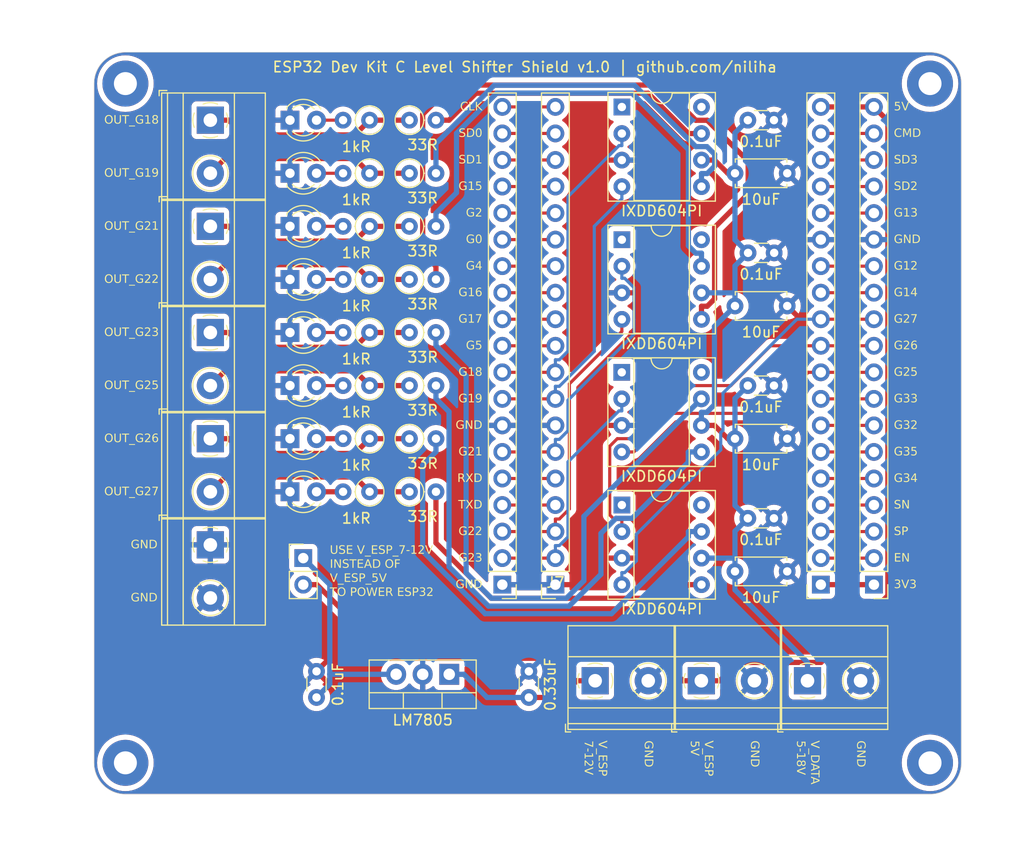
<source format=kicad_pcb>
(kicad_pcb (version 20221018) (generator pcbnew)
  (layers (0 "F.Cu" signal) (31 "B.Cu" signal) (34 "B.Paste" user) (35 "F.Paste" user) (36 "B.SilkS" user "B.Silkscreen") (37 "F.SilkS" user "F.Silkscreen") (38 "B.Mask" user) (39 "F.Mask" user) (44 "Edge.Cuts" user))
  (net 0 "")
  (net 1 "V_ESP_7-12V")
  (net 2 "GND")
  (net 3 "V_DATA")
  (net 4 "/3V3")
  (net 5 "/EN")
  (net 6 "/SP")
  (net 7 "/SN")
  (net 8 "/G34")
  (net 9 "/G35")
  (net 10 "/G32")
  (net 11 "/G33")
  (net 12 "/G25")
  (net 13 "/G26")
  (net 14 "/G27")
  (net 15 "/G14")
  (net 16 "/G12")
  (net 17 "/G13")
  (net 18 "/SD2")
  (net 19 "/SD3")
  (net 20 "/CMD")
  (net 21 "V_ESP_5V")
  (net 22 "/G23")
  (net 23 "/G22")
  (net 24 "/TXD")
  (net 25 "/RXD")
  (net 26 "/G21")
  (net 27 "/G19")
  (net 28 "/G18")
  (net 29 "/G5")
  (net 30 "/G17")
  (net 31 "/G16")
  (net 32 "/G4")
  (net 33 "/G0")
  (net 34 "/G2")
  (net 35 "/G15")
  (net 36 "/SD1")
  (net 37 "/SD0")
  (net 38 "/CLK")
  (net 39 "/OUT_G21_TERM")
  (net 40 "/OUT_G22_TERM")
  (net 41 "/OUT_G26_TERM")
  (net 42 "/OUT_G27_TERM")
  (net 43 "/OUT_G18_TERM")
  (net 44 "/OUT_G19_TERM")
  (net 45 "/OUT_G23_TERM")
  (net 46 "/OUT_G25_TERM")
  (net 47 "/OUT_G21")
  (net 48 "/OUT_G22")
  (net 49 "/OUT_G26")
  (net 50 "/OUT_G27")
  (net 51 "/OUT_G18")
  (net 52 "/OUT_G19")
  (net 53 "/OUT_G23")
  (net 54 "/OUT_G25")
  (net 63 "/5V_OUT_REG")
  (net 64 "/LED_G18_AN")
  (net 65 "/LED_G19_AN")
  (net 66 "/LED_G21_AN")
  (net 67 "/LED_G22_AN")
  (net 68 "/LED_G23_AN")
  (net 69 "/LED_G25_AN")
  (net 70 "/LED_G26_AN")
  (net 71 "/LED_G27_AN")
  (footprint "Connector_PinHeader_2.54mm:PinHeader_1x02_P2.54mm_Vertical" (layer "F.Cu") (at 160.02 105.41)
    (fp_text reference "JP1" hide)
    (fp_text value "Jumper_2_Open" hide)
  )
  (footprint "Capacitor_THT:C_Disc_D4.7mm_W2.5mm_P5.00mm" (layer "F.Cu") (at 201.335 81.28)
    (fp_text reference "C8" hide)
    (fp_text value "10uF")
  )
  (footprint "Package_TO_SOT_THT:TO-220-3_Vertical" (layer "F.Cu") (at 173.99 116.53 180)
    (fp_text reference "U1" hide)
    (fp_text value "LM7805")
  )
  (footprint "Connector_PinHeader_2.54mm:PinHeader_1x19_P2.54mm_Vertical" (layer "F.Cu") (at 214.63 107.95 180)
    (fp_text reference "J2" hide)
    (fp_text value "Conn_01x19_Pin" hide)
  )
  (footprint "Resistor_THT:R_Axial_DIN0207_L6.3mm_D2.5mm_P2.54mm_Vertical" (layer "F.Cu") (at 166.37 88.9 180)
    (fp_text reference "R14" hide)
    (fp_text value "1kR")
  )
  (footprint "TerminalBlock_Phoenix:TerminalBlock_Phoenix_MKDS-1,5-2-5.08_1x02_P5.08mm_Horizontal" (layer "F.Cu") (at 151.13 104.14 -90)
    (fp_text reference "J8" hide)
    (fp_text value "Power_Terminal" hide)
  )
  (footprint "Resistor_THT:R_Axial_DIN0207_L6.3mm_D2.5mm_P2.54mm_Vertical" (layer "F.Cu") (at 170.18 99.06)
    (fp_text reference "R8" hide)
    (fp_text value "33R")
  )
  (footprint "Resistor_THT:R_Axial_DIN0207_L6.3mm_D2.5mm_P2.54mm_Vertical" (layer "F.Cu") (at 170.18 83.82)
    (fp_text reference "R5" hide)
    (fp_text value "33R")
  )
  (footprint "Package_DIP:DIP-8_W7.62mm_Socket" (layer "F.Cu") (at 190.51 74.94)
    (fp_text reference "U3" hide)
    (fp_text value "IXDD604PI")
  )
  (footprint "TerminalBlock_Phoenix:TerminalBlock_Phoenix_MKDS-1,5-2-5.08_1x02_P5.08mm_Horizontal" (layer "F.Cu") (at 151.13 73.66 -90)
    (fp_text reference "J10" hide)
    (fp_text value "Screw_Terminal_01x02" hide)
  )
  (footprint "Connector_PinSocket_2.54mm:PinSocket_1x19_P2.54mm_Vertical" (layer "F.Cu") (at 184.15 107.95 180)
    (fp_text reference "J6" hide)
    (fp_text value "Conn_01x19_Socket" hide)
  )
  (footprint "Resistor_THT:R_Axial_DIN0207_L6.3mm_D2.5mm_P2.54mm_Vertical" (layer "F.Cu") (at 166.37 93.98 180)
    (fp_text reference "R15" hide)
    (fp_text value "1kR")
  )
  (footprint "Package_DIP:DIP-8_W7.62mm_Socket" (layer "F.Cu") (at 190.5 87.63)
    (fp_text reference "U4" hide)
    (fp_text value "IXDD604PI")
  )
  (footprint "Resistor_THT:R_Axial_DIN0207_L6.3mm_D2.5mm_P2.54mm_Vertical" (layer "F.Cu") (at 170.18 73.66)
    (fp_text reference "R3" hide)
    (fp_text value "33R")
  )
  (footprint "Connector_PinHeader_2.54mm:PinHeader_1x19_P2.54mm_Vertical" (layer "F.Cu") (at 179.07 107.95 180)
    (fp_text reference "J7")
    (fp_text value "Conn_01x19_Pin" hide)
  )
  (footprint "LED_THT:LED_D3.0mm" (layer "F.Cu") (at 158.75 78.74)
    (fp_text reference "D4")
    (fp_text value "RED")
  )
  (footprint "Resistor_THT:R_Axial_DIN0207_L6.3mm_D2.5mm_P2.54mm_Vertical" (layer "F.Cu") (at 166.37 63.5 180)
    (fp_text reference "R9")
    (fp_text value "1kR")
  )
  (footprint "Resistor_THT:R_Axial_DIN0207_L6.3mm_D2.5mm_P2.54mm_Vertical" (layer "F.Cu") (at 166.37 73.66 180)
    (fp_text reference "R10" hide)
    (fp_text value "1kR")
  )
  (footprint "Resistor_THT:R_Axial_DIN0207_L6.3mm_D2.5mm_P2.54mm_Vertical" (layer "F.Cu") (at 166.37 68.58 180)
    (fp_text reference "R13" hide)
    (fp_text value "1kR")
  )
  (footprint "Resistor_THT:R_Axial_DIN0207_L6.3mm_D2.5mm_P2.54mm_Vertical" (layer "F.Cu") (at 166.37 99.06 180)
    (fp_text reference "R16" hide)
    (fp_text value "1kR")
  )
  (footprint "MountingHole:MountingHole_2.2mm_M2_Pad" (layer "F.Cu") (at 143 125)
    (fp_text reference "H4" hide)
    (fp_text value "MountingHole" hide)
  )
  (footprint "Connector_PinSocket_2.54mm:PinSocket_1x19_P2.54mm_Vertical" (layer "F.Cu") (at 209.55 107.95 180)
    (fp_text reference "J4" hide)
    (fp_text value "Conn_01x19_Socket" hide)
  )
  (footprint "MountingHole:MountingHole_2.2mm_M2_Pad" (layer "F.Cu") (at 220 60)
    (fp_text reference "H2" hide)
    (fp_text value "MountingHole" hide)
  )
  (footprint "Capacitor_THT:C_Disc_D4.7mm_W2.5mm_P5.00mm" (layer "F.Cu") (at 201.335 93.98)
    (fp_text reference "C9" hide)
    (fp_text value "10uF")
  )
  (footprint "Resistor_THT:R_Axial_DIN0207_L6.3mm_D2.5mm_P2.54mm_Vertical" (layer "F.Cu") (at 170.18 93.98)
    (fp_text reference "R7" hide)
    (fp_text value "33R")
  )
  (footprint "TerminalBlock_Phoenix:TerminalBlock_Phoenix_MKDS-1,5-2-5.08_1x02_P5.08mm_Horizontal" (layer "F.Cu") (at 187.955 117.145)
    (fp_text reference "J5" hide)
    (fp_text value "Power_Terminal" hide)
  )
  (footprint "MountingHole:MountingHole_2.2mm_M2_Pad" (layer "F.Cu") (at 220 125)
    (fp_text reference "H3" hide)
    (fp_text value "MountingHole" hide)
  )
  (footprint "Resistor_THT:R_Axial_DIN0207_L6.3mm_D2.5mm_P2.54mm_Vertical" (layer "F.Cu") (at 170.18 88.9)
    (fp_text reference "R6" hide)
    (fp_text value "33R")
  )
  (footprint "Capacitor_THT:C_Disc_D3.0mm_W1.6mm_P2.50mm" (layer "F.Cu") (at 202.565 101.6)
    (fp_text reference "C6" hide)
    (fp_text value "0.1uF")
  )
  (footprint "TerminalBlock_Phoenix:TerminalBlock_Phoenix_MKDS-1,5-2-5.08_1x02_P5.08mm_Horizontal" (layer "F.Cu") (at 198.115 117.145)
    (fp_text reference "J3" hide)
    (fp_text value "Power_Terminal" hide)
  )
  (footprint "LED_THT:LED_D3.0mm" (layer "F.Cu") (at 158.75 99.06)
    (fp_text reference "D8")
    (fp_text value "RED")
  )
  (footprint "TerminalBlock_Phoenix:TerminalBlock_Phoenix_MKDS-1,5-2-5.08_1x02_P5.08mm_Horizontal" (layer "F.Cu") (at 151.13 83.82 -90)
    (fp_text reference "J11" hide)
    (fp_text value "Screw_Terminal_01x02" hide)
  )
  (footprint "Capacitor_THT:C_Disc_D3.0mm_W1.6mm_P2.50mm" (layer "F.Cu") (at 202.585 76.2)
    (fp_text reference "C4" hide)
    (fp_text value "0.1uF")
  )
  (footprint "LED_THT:LED_D3.0mm" (layer "F.Cu") (at 158.75 63.5)
    (fp_text reference "D1")
    (fp_text value "RED" hide)
  )
  (footprint "Capacitor_THT:C_Disc_D3.0mm_W1.6mm_P2.50mm" (layer "F.Cu") (at 161.29 118.745 90)
    (fp_text reference "C2" hide)
    (fp_text value "0.1uF")
  )
  (footprint "MountingHole:MountingHole_2.2mm_M2_Pad" (layer "F.Cu") (at 143 60)
    (fp_text reference "H1" hide)
    (fp_text value "MountingHole" hide)
  )
  (footprint "LED_THT:LED_D3.0mm" (layer "F.Cu") (at 158.75 68.58)
    (fp_text reference "D2")
    (fp_text value "RED" hide)
  )
  (footprint "Resistor_THT:R_Axial_DIN0207_L6.3mm_D2.5mm_P2.54mm_Vertical" (layer "F.Cu") (at 170.18 68.58)
    (fp_text reference "R2" hide)
    (fp_text value "33R")
  )
  (footprint "Resistor_THT:R_Axial_DIN0207_L6.3mm_D2.5mm_P2.54mm_Vertical" (layer "F.Cu") (at 166.37 83.82 180)
    (fp_text reference "R12" hide)
    (fp_text value "1kR")
  )
  (footprint "TerminalBlock_Phoenix:TerminalBlock_Phoenix_MKDS-1,5-2-5.08_1x02_P5.08mm_Horizontal" (layer "F.Cu") (at 151.13 63.5 -90)
    (fp_text reference "J9" hide)
    (fp_text value "Screw_Terminal_01x02" hide)
  )
  (footprint "Capacitor_THT:C_Disc_D4.7mm_W2.5mm_P5.00mm" (layer "F.Cu") (at 201.335 68.58)
    (fp_text reference "C7" hide)
    (fp_text value "10uF")
  )
  (footprint "TerminalBlock_Phoenix:TerminalBlock_Phoenix_MKDS-1,5-2-5.08_1x02_P5.08mm_Horizontal" (layer "F.Cu") (at 208.275 117.145)
    (fp_text reference "J1" hide)
    (fp_text value "Power_Terminal" hide)
  )
  (footprint "Package_DIP:DIP-8_W7.62mm_Socket" (layer "F.Cu") (at 190.51 62.24)
    (fp_text reference "U2" hide)
    (fp_text value "IXDD604PI")
  )
  (footprint "LED_THT:LED_D3.0mm" (layer "F.Cu") (at 158.75 83.82)
    (fp_text reference "D5")
    (fp_text value "RED")
  )
  (footprint "Resistor_THT:R_Axial_DIN0207_L6.3mm_D2.5mm_P2.54mm_Vertical" (layer "F.Cu") (at 170.18 78.74)
    (fp_text reference "R4" hide)
    (fp_text value "33R")
  )
  (footprint "Package_DIP:DIP-8_W7.62mm_Socket" (layer "F.Cu") (at 190.51 100.33)
    (fp_text reference "U5" hide)
    (fp_text value "IXDD604PI")
  )
  (footprint "Resistor_THT:R_Axial_DIN0207_L6.3mm_D2.5mm_P2.54mm_Vertical" (layer "F.Cu") (at 166.37 78.74 180)
    (fp_text reference "R11" hide)
    (fp_text value "1kR")
  )
  (footprint "LED_THT:LED_D3.0mm" (layer "F.Cu") (at 158.75 93.98)
    (fp_text reference "D7")
    (fp_text value "RED")
  )
  (footprint "TerminalBlock_Phoenix:TerminalBlock_Phoenix_MKDS-1,5-2-5.08_1x02_P5.08mm_Horizontal" (layer "F.Cu") (at 151.13 93.98 -90)
    (fp_text reference "J12" hide)
    (fp_text value "Screw_Terminal_01x02" hide)
  )
  (footprint "LED_THT:LED_D3.0mm" (layer "F.Cu") (at 158.75 88.9)
    (fp_text reference "D6")
    (fp_text value "RED")
  )
  (footprint "Capacitor_THT:C_Disc_D3.0mm_W1.6mm_P2.50mm" (layer "F.Cu") (at 202.565 88.9)
    (fp_text reference "C5" hide)
    (fp_text value "0.1uF")
  )
  (footprint "Capacitor_THT:C_Disc_D3.0mm_W1.6mm_P2.50mm" (layer "F.Cu") (at 181.61 118.745 90)
    (fp_text reference "C1" hide)
    (fp_text value "0.33uF")
  )
  (footprint "Resistor_THT:R_Axial_DIN0207_L6.3mm_D2.5mm_P2.54mm_Vertical" (layer "F.Cu") (at 170.18 63.5)
    (fp_text reference "R1" hide)
    (fp_text value "33R")
  )
  (footprint "LED_THT:LED_D3.0mm" (layer "F.Cu") (at 158.75 73.66)
    (fp_text reference "D3")
    (fp_text value "RED" hide)
  )
  (footprint "Capacitor_THT:C_Disc_D4.7mm_W2.5mm_P5.00mm" (layer "F.Cu") (at 201.335 106.68)
    (fp_text reference "C10" hide)
    (fp_text value "10uF")
  )
  (footprint "Capacitor_THT:C_Disc_D3.0mm_W1.6mm_P2.50mm" (layer "F.Cu") (at 202.565 63.5)
    (fp_text reference "C3" hide)
    (fp_text value "0.1uF")
  )
  (gr_line (start 220 57) (end 143 57) (stroke (width 0.05)) (layer "Edge.Cuts"))
  (gr_line (start 143 128) (end 220 128) (stroke (width 0.05)) (layer "Edge.Cuts"))
  (gr_arc (start 140 60) (mid 140.87868 57.87868) (end 143 57) (stroke (width 0.05)) (layer "Edge.Cuts"))
  (gr_line (start 140 60) (end 140 125) (stroke (width 0.05)) (layer "Edge.Cuts"))
  (gr_arc (start 223 125) (mid 222.12132 127.12132) (end 220 128) (stroke (width 0.05)) (layer "Edge.Cuts"))
  (gr_arc (start 220 57) (mid 222.12132 57.87868) (end 223 60) (stroke (width 0.05)) (layer "Edge.Cuts"))
  (gr_line (start 223 125) (end 223 60) (stroke (width 0.05)) (layer "Edge.Cuts"))
  (gr_arc (start 143 128) (mid 140.87868 127.12132) (end 140 125) (stroke (width 0.05)) (layer "Edge.Cuts"))
  (gr_text "GND" (at 177.165 107.95) (layer "F.SilkS") (effects (font (size 0.8 0.8)) (justify right)))
  (gr_text "USE V_ESP_7-12V\nINSTEAD OF \nV_ESP_5V\nTO POWER ESP32\n" (at 162.56 106.68) (layer "F.SilkS") (effects (font (size 0.8 0.8)) (justify left)))
  (gr_text "OUT_G22" (at 140.97 78.74) (layer "F.SilkS") (effects (font (size 0.8 0.8)) (justify left)))
  (gr_text "OUT_G18" (at 140.97 63.5) (layer "F.SilkS") (effects (font (size 0.8 0.8)) (justify left)))
  (gr_text "G25" (at 216.535 87.63) (layer "F.SilkS") (effects (font (size 0.8 0.8)) (justify left)))
  (gr_text "SP" (at 216.535 102.87) (layer "F.SilkS") (effects (font (size 0.8 0.8)) (justify left)))
  (gr_text "OUT_G25" (at 140.97 88.9) (layer "F.SilkS") (effects (font (size 0.8 0.8)) (justify left)))
  (gr_text "G12" (at 216.535 77.47) (layer "F.SilkS") (effects (font (size 0.8 0.8)) (justify left)))
  (gr_text "G14" (at 216.535 80.01) (layer "F.SilkS") (effects (font (size 0.8 0.8)) (justify left)))
  (gr_text "G17" (at 177.165 82.55) (layer "F.SilkS") (effects (font (size 0.8 0.8)) (justify right)))
  (gr_text "GND" (at 203.195 122.86 -90) (layer "F.SilkS") (effects (font (size 0.8 0.8)) (justify left)))
  (gr_text "ESP32 Dev Kit C Level Shifter Shield v1.0 | github.com/niliha" (at 157 59) (layer "F.SilkS") (effects (font (size 1 1)) (justify left bottom)))
  (gr_text "OUT_G26" (at 140.97 93.98) (layer "F.SilkS") (effects (font (size 0.8 0.8)) (justify left)))
  (gr_text "G4" (at 177.165 77.47) (layer "F.SilkS") (effects (font (size 0.8 0.8)) (justify right)))
  (gr_text "GND" (at 177.165 92.71) (layer "F.SilkS") (effects (font (size 0.8 0.8)) (justify right)))
  (gr_text "G13" (at 216.535 72.39) (layer "F.SilkS") (effects (font (size 0.8 0.8)) (justify left)))
  (gr_text "G32" (at 216.535 92.71) (layer "F.SilkS") (effects (font (size 0.8 0.8)) (justify left)))
  (gr_text "G26" (at 216.535 85.09) (layer "F.SilkS") (effects (font (size 0.8 0.8)) (justify left)))
  (gr_text "G15" (at 177.165 69.85) (layer "F.SilkS") (effects (font (size 0.8 0.8)) (justify right)))
  (gr_text "G5" (at 177.165 85.09) (layer "F.SilkS") (effects (font (size 0.8 0.8)) (justify right)))
  (gr_text "G22" (at 177.165 102.87) (layer "F.SilkS") (effects (font (size 0.8 0.8)) (justify right)))
  (gr_text "G21" (at 177.165 95.25) (layer "F.SilkS") (effects (font (size 0.8 0.8)) (justify right)))
  (gr_text "GND" (at 213.355 122.86 -90) (layer "F.SilkS") (effects (font (size 0.8 0.8)) (justify left)))
  (gr_text "CLK" (at 177.165 62.23) (layer "F.SilkS") (effects (font (size 0.8 0.8)) (justify right)))
  (gr_text "3V3" (at 216.535 107.95) (layer "F.SilkS") (effects (font (size 0.8 0.8)) (justify left)))
  (gr_text "SN" (at 216.535 100.33) (layer "F.SilkS") (effects (font (size 0.8 0.8)) (justify left)))
  (gr_text "SD3" (at 216.535 67.31) (layer "F.SilkS") (effects (font (size 0.8 0.8)) (justify left)))
  (gr_text "GND" (at 216.535 74.93) (layer "F.SilkS") (effects (font (size 0.8 0.8)) (justify left)))
  (gr_text "V_ESP\n5V" (at 198.115 122.86 -90) (layer "F.SilkS") (effects (font (size 0.8 0.8)) (justify left)))
  (gr_text "OUT_G21" (at 140.97 73.66) (layer "F.SilkS") (effects (font (size 0.8 0.8)) (justify left)))
  (gr_text "G34" (at 216.535 97.79) (layer "F.SilkS") (effects (font (size 0.8 0.8)) (justify left)))
  (gr_text "SD1" (at 177.165 67.31) (layer "F.SilkS") (effects (font (size 0.8 0.8)) (justify right)))
  (gr_text "G35" (at 216.535 95.25) (layer "F.SilkS") (effects (font (size 0.8 0.8)) (justify left)))
  (gr_text "OUT_G27" (at 140.97 99.06) (layer "F.SilkS") (effects (font (size 0.8 0.8)) (justify left)))
  (gr_text "CMD" (at 216.535 64.77) (layer "F.SilkS") (effects (font (size 0.8 0.8)) (justify left)))
  (gr_text "G2" (at 177.165 72.39) (layer "F.SilkS") (effects (font (size 0.8 0.8)) (justify right)))
  (gr_text "G18" (at 177.165 87.63) (layer "F.SilkS") (effects (font (size 0.8 0.8)) (justify right)))
  (gr_text "TXD" (at 177.165 100.33) (layer "F.SilkS") (effects (font (size 0.8 0.8)) (justify right)))
  (gr_text "GND" (at 143.51 104.14) (layer "F.SilkS") (effects (font (size 0.8 0.8)) (justify left)))
  (gr_text "GND" (at 193.035 122.86 -90) (layer "F.SilkS") (effects (font (size 0.8 0.8)) (justify left)))
  (gr_text "EN" (at 216.535 105.41) (layer "F.SilkS") (effects (font (size 0.8 0.8)) (justify left)))
  (gr_text "G0" (at 177.165 74.93) (layer "F.SilkS") (effects (font (size 0.8 0.8)) (justify right)))
  (gr_text "GND" (at 143.51 109.22) (layer "F.SilkS") (effects (font (size 0.8 0.8)) (justify left)))
  (gr_text "RXD" (at 177.165 97.79) (layer "F.SilkS") (effects (font (size 0.8 0.8)) (justify right)))
  (gr_text "G16" (at 177.165 80.01) (layer "F.SilkS") (effects (font (size 0.8 0.8)) (justify right)))
  (gr_text "G19" (at 177.165 90.17) (layer "F.SilkS") (effects (font (size 0.8 0.8)) (justify right)))
  (gr_text "OUT_G23" (at 140.97 83.82) (layer "F.SilkS") (effects (font (size 0.8 0.8)) (justify left)))
  (gr_text "V_DATA\n5-18V" (at 208.275 122.86 -90) (layer "F.SilkS") (effects (font (size 0.8 0.8)) (justify left)))
  (gr_text "5V" (at 216.535 62.23) (layer "F.SilkS") (effects (font (size 0.8 0.8)) (justify left)))
  (gr_text "V_ESP\n7-12V" (at 187.955 122.86 -90) (layer "F.SilkS") (effects (font (size 0.8 0.8)) (justify left)))
  (gr_text "G23" (at 177.165 105.41) (layer "F.SilkS") (effects (font (size 0.8 0.8)) (justify right)))
  (gr_text "G33" (at 216.535 90.17) (layer "F.SilkS") (effects (font (size 0.8 0.8)) (justify left)))
  (gr_text "SD2" (at 216.535 69.85) (layer "F.SilkS") (effects (font (size 0.8 0.8)) (justify left)))
  (gr_text "G27" (at 216.535 82.55) (layer "F.SilkS") (effects (font (size 0.8 0.8)) (justify left)))
  (gr_text "SD0" (at 177.165 64.77) (layer "F.SilkS") (effects (font (size 0.8 0.8)) (justify right)))
  (gr_text "OUT_G19" (at 140.97 68.58) (layer "F.SilkS") (effects (font (size 0.8 0.8)) (justify left)))
  (segment (start 186.2031 117.145) (end 184.6031 118.745) (width 0.5) (layer "F.Cu") (net 1))
  (segment (start 184.6031 118.745) (end 181.61 118.745) (width 0.5) (layer "F.Cu") (net 1))
  (segment (start 187.955 117.145) (end 186.2031 117.145) (width 0.5) (layer "F.Cu") (net 1))
  (segment (start 181.61 118.745) (end 177.6094 118.745) (width 0.5) (layer "B.Cu") (net 1))
  (segment (start 173.99 116.53) (end 175.3944 116.53) (width 0.5) (layer "B.Cu") (net 1))
  (segment (start 177.6094 118.745) (end 175.3944 116.53) (width 0.5) (layer "B.Cu") (net 1))
  (segment (start 201.335 68.58) (end 200.6419 68.58) (width 0.5) (layer "F.Cu") (net 3))
  (segment (start 198.12 92.71) (end 199.3719 92.71) (width 0.5) (layer "F.Cu") (net 3))
  (segment (start 200.6419 68.58) (end 199.3819 67.32) (width 0.5) (layer "F.Cu") (net 3))
  (segment (start 200.6419 93.98) (end 201.335 93.98) (width 0.5) (layer "F.Cu") (net 3))
  (segment (start 199.3719 92.71) (end 200.6419 93.98) (width 0.5) (layer "F.Cu") (net 3))
  (segment (start 198.13 67.32) (end 199.3819 67.32) (width 0.5) (layer "F.Cu") (net 3))
  (segment (start 201.335 100.37) (end 201.335 93.98) (width 0.5) (layer "B.Cu") (net 3))
  (segment (start 201.335 105.41) (end 201.335 106.68) (width 0.5) (layer "B.Cu") (net 3))
  (segment (start 202.565 101.6) (end 201.335 102.83) (width 0.5) (layer "B.Cu") (net 3))
  (segment (start 201.335 74.95) (end 202.585 76.2) (width 0.5) (layer "B.Cu") (net 3))
  (segment (start 208.275 117.145) (end 208.275 115.3931) (width 0.5) (layer "B.Cu") (net 3))
  (segment (start 201.335 105.41) (end 199.3819 105.41) (width 0.5) (layer "B.Cu") (net 3))
  (segment (start 198.6388 91.4581) (end 198.12 91.4581) (width 0.5) (layer "B.Cu") (net 3))
  (segment (start 208.275 115.3931) (end 201.335 108.4531) (width 0.5) (layer "B.Cu") (net 3))
  (segment (start 201.335 77.45) (end 201.335 80.02) (width 0.5) (layer "B.Cu") (net 3))
  (segment (start 202.585 76.2) (end 201.335 77.45) (width 0.5) (layer "B.Cu") (net 3))
  (segment (start 202.565 63.5) (end 201.335 64.73) (width 0.5) (layer "B.Cu") (net 3))
  (segment (start 198.13 80.02) (end 199.3819 80.02) (width 0.5) (layer "B.Cu") (net 3))
  (segment (start 201.335 68.58) (end 201.335 74.95) (width 0.5) (layer "B.Cu") (net 3))
  (segment (start 201.335 81.28) (end 199.3719 83.2431) (width 0.5) (layer "B.Cu") (net 3))
  (segment (start 199.3719 83.2431) (end 199.3719 90.725) (width 0.5) (layer "B.Cu") (net 3))
  (segment (start 201.335 93.98) (end 201.335 90.13) (width 0.5) (layer "B.Cu") (net 3))
  (segment (start 201.335 90.13) (end 202.565 88.9) (width 0.5) (layer "B.Cu") (net 3))
  (segment (start 201.335 64.73) (end 201.335 68.58) (width 0.5) (layer "B.Cu") (net 3))
  (segment (start 201.335 108.4531) (end 201.335 106.68) (width 0.5) (layer "B.Cu") (net 3))
  (segment (start 201.335 102.83) (end 201.335 105.41) (width 0.5) (layer "B.Cu") (net 3))
  (segment (start 198.13 105.41) (end 199.3819 105.41) (width 0.5) (layer "B.Cu") (net 3))
  (segment (start 198.12 92.71) (end 198.12 91.4581) (width 0.5) (layer "B.Cu") (net 3))
  (segment (start 201.335 80.02) (end 199.3819 80.02) (width 0.5) (layer "B.Cu") (net 3))
  (segment (start 201.335 80.02) (end 201.335 81.28) (width 0.5) (layer "B.Cu") (net 3))
  (segment (start 202.565 101.6) (end 201.335 100.37) (width 0.5) (layer "B.Cu") (net 3))
  (segment (start 199.3719 90.725) (end 198.6388 91.4581) (width 0.5) (layer "B.Cu") (net 3))
  (segment (start 209.55 107.95) (end 214.63 107.95) (width 0.5) (layer "F.Cu") (net 4))
  (segment (start 209.55 105.41) (end 214.63 105.41) (width 0.3) (layer "F.Cu") (net 5))
  (segment (start 209.55 102.87) (end 214.63 102.87) (width 0.3) (layer "F.Cu") (net 6))
  (segment (start 209.55 100.33) (end 214.63 100.33) (width 0.3) (layer "F.Cu") (net 7))
  (segment (start 209.55 97.79) (end 214.63 97.79) (width 0.3) (layer "F.Cu") (net 8))
  (segment (start 209.55 95.25) (end 214.63 95.25) (width 0.3) (layer "F.Cu") (net 9))
  (segment (start 209.55 92.71) (end 214.63 92.71) (width 0.3) (layer "F.Cu") (net 10))
  (segment (start 209.55 90.17) (end 214.63 90.17) (width 0.3) (layer "F.Cu") (net 11))
  (segment (start 191.6519 95.25) (end 195.3438 91.5581) (width 0.3) (layer "F.Cu") (net 12))
  (segment (start 190.5 95.25) (end 191.6519 95.25) (width 0.3) (layer "F.Cu") (net 12))
  (segment (start 209.55 87.63) (end 214.63 87.63) (width 0.3) (layer "F.Cu") (net 12))
  (segment (start 204.42 91.5581) (end 208.3481 87.63) (width 0.3) (layer "F.Cu") (net 12))
  (segment (start 195.3438 91.5581) (end 204.42 91.5581) (width 0.3) (layer "F.Cu") (net 12))
  (segment (start 209.55 87.63) (end 208.3481 87.63) (width 0.3) (layer "F.Cu") (net 12))
  (segment (start 190.51 101.7181) (end 189.7901 101.7181) (width 0.3) (layer "F.Cu") (net 13))
  (segment (start 191.5167 93.98) (end 196.5967 88.9) (width 0.3) (layer "F.Cu") (net 13))
  (segment (start 204.746 85.09) (end 209.55 85.09) (width 0.3) (layer "F.Cu") (net 13))
  (segment (start 189.3481 94.703) (end 190.0711 93.98) (width 0.3) (layer "F.Cu") (net 13))
  (segment (start 196.5967 88.9) (end 200.936 88.9) (width 0.3) (layer "F.Cu") (net 13))
  (segment (start 200.936 88.9) (end 204.746 85.09) (width 0.3) (layer "F.Cu") (net 13))
  (segment (start 190.0711 93.98) (end 191.5167 93.98) (width 0.3) (layer "F.Cu") (net 13))
  (segment (start 189.7901 101.7181) (end 189.3481 101.2761) (width 0.3) (layer "F.Cu") (net 13))
  (segment (start 190.51 102.87) (end 190.51 101.7181) (width 0.3) (layer "F.Cu") (net 13))
  (segment (start 214.63 85.09) (end 209.55 85.09) (width 0.3) (layer "F.Cu") (net 13))
  (segment (start 189.3481 101.2761) (end 189.3481 94.703) (width 0.3) (layer "F.Cu") (net 13))
  (segment (start 209.55 82.55) (end 214.63 82.55) (width 0.3) (layer "F.Cu") (net 14))
  (segment (start 207.2591 82.55) (end 209.55 82.55) (width 0.3) (layer "B.Cu") (net 14))
  (segment (start 190.51 107.95) (end 190.51 106.7981) (width 0.3) (layer "B.Cu") (net 14))
  (segment (start 190.7785 106.7981) (end 191.8996 105.677) (width 0.3) (layer "B.Cu") (net 14))
  (segment (start 191.8996 103.1252) (end 199.9723 95.0525) (width 0.3) (layer "B.Cu") (net 14))
  (segment (start 199.9723 93.4006) (end 200.186 93.1869) (width 0.3) (layer "B.Cu") (net 14))
  (segment (start 190.51 106.7981) (end 190.7785 106.7981) (width 0.3) (layer "B.Cu") (net 14))
  (segment (start 200.186 89.6231) (end 207.2591 82.55) (width 0.3) (layer "B.Cu") (net 14))
  (segment (start 199.9723 95.0525) (end 199.9723 93.4006) (width 0.3) (layer "B.Cu") (net 14))
  (segment (start 200.186 93.1869) (end 200.186 89.6231) (width 0.3) (layer "B.Cu") (net 14))
  (segment (start 191.8996 105.677) (end 191.8996 103.1252) (width 0.3) (layer "B.Cu") (net 14))
  (segment (start 209.55 80.01) (end 214.63 80.01) (width 0.3) (layer "F.Cu") (net 15))
  (segment (start 209.55 77.47) (end 214.63 77.47) (width 0.3) (layer "F.Cu") (net 16))
  (segment (start 209.55 72.39) (end 214.63 72.39) (width 0.3) (layer "F.Cu") (net 17))
  (segment (start 209.55 69.85) (end 214.63 69.85) (width 0.3) (layer "F.Cu") (net 18))
  (segment (start 209.55 67.31) (end 214.63 67.31) (width 0.3) (layer "F.Cu") (net 19))
  (segment (start 209.55 64.77) (end 214.63 64.77) (width 0.3) (layer "F.Cu") (net 20))
  (segment (start 198.115 117.145) (end 196.3631 117.145) (width 0.5) (layer "F.Cu") (net 21))
  (segment (start 215.9662 108.9943) (end 209.5674 115.3931) (width 0.5) (layer "F.Cu") (net 21))
  (segment (start 209.5674 115.3931) (end 201.6188 115.3931) (width 0.5) (layer "F.Cu") (net 21))
  (segment (start 160.02 107.95) (end 161.3219 107.95) (width 0.5) (layer "F.Cu") (net 21))
  (segment (start 209.55 62.23) (end 214.63 62.23) (width 0.5) (layer "F.Cu") (net 21))
  (segment (start 215.9662 63.5662) (end 215.9662 108.9943) (width 0.5) (layer "F.Cu") (net 21))
  (segment (start 214.63 62.23) (end 215.9662 63.5662) (width 0.5) (layer "F.Cu") (net 21))
  (segment (start 168.365 114.9931) (end 161.3219 107.95) (width 0.5) (layer "F.Cu") (net 21))
  (segment (start 201.6188 115.3931) (end 199.8669 117.145) (width 0.5) (layer "F.Cu") (net 21))
  (segment (start 196.3631 117.145) (end 194.2112 114.9931) (width 0.5) (layer "F.Cu") (net 21))
  (segment (start 198.115 117.145) (end 199.8669 117.145) (width 0.5) (layer "F.Cu") (net 21))
  (segment (start 194.2112 114.9931) (end 168.365 114.9931) (width 0.5) (layer "F.Cu") (net 21))
  (segment (start 184.15 105.41) (end 179.07 105.41) (width 0.3) (layer "F.Cu") (net 22))
  (segment (start 190.5 90.17) (end 190.5 91.3219) (width 0.3) (layer "B.Cu") (net 22))
  (segment (start 184.5257 104.2081) (end 185.3519 103.3819) (width 0.3) (layer "B.Cu") (net 22))
  (segment (start 190.2314 91.3219) (end 190.5 91.3219) (width 0.3) (layer "B.Cu") (net 22))
  (segment (start 184.15 104.2081) (end 184.5257 104.2081) (width 0.3) (layer "B.Cu") (net 22))
  (segment (start 185.3519 103.3819) (end 185.3519 96.2014) (width 0.3) (layer "B.Cu") (net 22))
  (segment (start 185.3519 96.2014) (end 190.2314 91.3219) (width 0.3) (layer "B.Cu") (net 22))
  (segment (start 184.15 105.41) (end 184.15 104.2081) (width 0.3) (layer "B.Cu") (net 22))
  (segment (start 184.5236 101.6681) (end 184.15 101.6681) (width 0.3) (layer "F.Cu") (net 23))
  (segment (start 185.4896 100.7021) (end 184.5236 101.6681) (width 0.3) (layer "F.Cu") (net 23))
  (segment (start 184.15 102.87) (end 179.07 102.87) (width 0.3) (layer "F.Cu") (net 23))
  (segment (start 184.15 102.87) (end 184.15 101.6681) (width 0.3) (layer "F.Cu") (net 23))
  (segment (start 185.4896 88.7323) (end 185.4896 100.7021) (width 0.3) (layer "F.Cu") (net 23))
  (segment (start 190.51 83.7119) (end 185.4896 88.7323) (width 0.3) (layer "F.Cu") (net 23))
  (segment (start 190.51 82.56) (end 190.51 83.7119) (width 0.3) (layer "F.Cu") (net 23))
  (segment (start 184.15 100.33) (end 179.07 100.33) (width 0.3) (layer "F.Cu") (net 24))
  (segment (start 184.15 97.79) (end 179.07 97.79) (width 0.3) (layer "F.Cu") (net 25))
  (segment (start 184.15 95.25) (end 179.07 95.25) (width 0.3) (layer "F.Cu") (net 26))
  (segment (start 190.51 77.48) (end 190.51 78.6319) (width 0.3) (layer "B.Cu") (net 26))
  (segment (start 185.3519 93.2219) (end 185.3519 90.3037) (width 0.3) (layer "B.Cu") (net 26))
  (segment (start 190.7785 78.6319) (end 190.51 78.6319) (width 0.3) (layer "B.Cu") (net 26))
  (segment (start 184.15 95.25) (end 184.15 94.0481) (width 0.3) (layer "B.Cu") (net 26))
  (segment (start 185.3519 90.3037) (end 191.6723 83.9833) (width 0.3) (layer "B.Cu") (net 26))
  (segment (start 184.15 94.0481) (end 184.5257 94.0481) (width 0.3) (layer "B.Cu") (net 26))
  (segment (start 191.6723 83.9833) (end 191.6723 79.5257) (width 0.3) (layer "B.Cu") (net 26))
  (segment (start 184.5257 94.0481) (end 185.3519 93.2219) (width 0.3) (layer "B.Cu") (net 26))
  (segment (start 191.6723 79.5257) (end 190.7785 78.6319) (width 0.3) (layer "B.Cu") (net 26))
  (segment (start 184.15 90.17) (end 179.07 90.17) (width 0.3) (layer "F.Cu") (net 27))
  (segment (start 184.5256 88.9681) (end 187.8722 85.6215) (width 0.3) (layer "B.Cu") (net 27))
  (segment (start 190.51 69.86) (end 190.51 71.0119) (width 0.3) (layer "B.Cu") (net 27))
  (segment (start 184.15 88.9681) (end 184.5256 88.9681) (width 0.3) (layer "B.Cu") (net 27))
  (segment (start 184.15 90.17) (end 184.15 88.9681) (width 0.3) (layer "B.Cu") (net 27))
  (segment (start 187.8722 85.6215) (end 187.8722 73.6497) (width 0.3) (layer "B.Cu") (net 27))
  (segment (start 187.8722 73.6497) (end 190.51 71.0119) (width 0.3) (layer "B.Cu") (net 27))
  (segment (start 184.15 87.63) (end 179.07 87.63) (width 0.3) (layer "F.Cu") (net 28))
  (segment (start 184.5257 86.4281) (end 185.3519 85.6019) (width 0.3) (layer "B.Cu") (net 28))
  (segment (start 185.3519 70.8214) (end 190.2414 65.9319) (width 0.3) (layer "B.Cu") (net 28))
  (segment (start 185.3519 85.6019) (end 185.3519 70.8214) (width 0.3) (layer "B.Cu") (net 28))
  (segment (start 184.15 87.63) (end 184.15 86.4281) (width 0.3) (layer "B.Cu") (net 28))
  (segment (start 190.51 64.78) (end 190.51 65.9319) (width 0.3) (layer "B.Cu") (net 28))
  (segment (start 184.15 86.4281) (end 184.5257 86.4281) (width 0.3) (layer "B.Cu") (net 28))
  (segment (start 190.2414 65.9319) (end 190.51 65.9319) (width 0.3) (layer "B.Cu") (net 28))
  (segment (start 184.15 85.09) (end 179.07 85.09) (width 0.3) (layer "F.Cu") (net 29))
  (segment (start 184.15 82.55) (end 179.07 82.55) (width 0.3) (layer "F.Cu") (net 30))
  (segment (start 184.15 80.01) (end 179.07 80.01) (width 0.3) (layer "F.Cu") (net 31))
  (segment (start 184.15 77.47) (end 179.07 77.47) (width 0.3) (layer "F.Cu") (net 32))
  (segment (start 184.15 74.93) (end 179.07 74.93) (width 0.3) (layer "F.Cu") (net 33))
  (segment (start 184.15 72.39) (end 179.07 72.39) (width 0.3) (layer "F.Cu") (net 34))
  (segment (start 184.15 69.85) (end 179.07 69.85) (width 0.3) (layer "F.Cu") (net 35))
  (segment (start 184.15 67.31) (end 179.07 67.31) (width 0.3) (layer "F.Cu") (net 36))
  (segment (start 184.15 64.77) (end 179.07 64.77) (width 0.3) (layer "F.Cu") (net 37))
  (segment (start 184.15 62.23) (end 179.07 62.23) (width 0.3) (layer "F.Cu") (net 38))
  (segment (start 152.8819 73.66) (end 154.2952 75.0733) (width 0.5) (layer "F.Cu") (net 39))
  (segment (start 166.37 73.66) (end 170.18 73.66) (width 0.5) (layer "F.Cu") (net 39))
  (segment (start 164.9567 75.0733) (end 166.37 73.66) (width 0.5) (layer "F.Cu") (net 39))
  (segment (start 151.13 73.66) (end 152.8819 73.66) (width 0.5) (layer "F.Cu") (net 39))
  (segment (start 154.2952 75.0733) (end 164.9567 75.0733) (width 0.5) (layer "F.Cu") (net 39))
  (segment (start 166.37 78.74) (end 170.18 78.74) (width 0.5) (layer "F.Cu") (net 40))
  (segment (start 151.13 78.74) (end 152.5416 77.3284) (width 0.5) (layer "F.Cu") (net 40))
  (segment (start 164.9584 77.3284) (end 166.37 78.74) (width 0.5) (layer "F.Cu") (net 40))
  (segment (start 152.5416 77.3284) (end 164.9584 77.3284) (width 0.5) (layer "F.Cu") (net 40))
  (segment (start 151.13 93.98) (end 152.8819 93.98) (width 0.5) (layer "F.Cu") (net 41))
  (segment (start 152.8819 93.98) (end 154.2942 95.3923) (width 0.5) (layer "F.Cu") (net 41))
  (segment (start 170.18 93.98) (end 166.37 93.98) (width 0.5) (layer "F.Cu") (net 41))
  (segment (start 154.2942 95.3923) (end 164.9577 95.3923) (width 0.5) (layer "F.Cu") (net 41))
  (segment (start 164.9577 95.3923) (end 166.37 93.98) (width 0.5) (layer "F.Cu") (net 41))
  (segment (start 164.9584 97.6484) (end 166.37 99.06) (width 0.5) (layer "F.Cu") (net 42))
  (segment (start 166.37 99.06) (end 170.18 99.06) (width 0.5) (layer "F.Cu") (net 42))
  (segment (start 152.5416 97.6484) (end 164.9584 97.6484) (width 0.5) (layer "F.Cu") (net 42))
  (segment (start 151.13 99.06) (end 152.5416 97.6484) (width 0.5) (layer "F.Cu") (net 42))
  (segment (start 154.2942 64.9123) (end 164.9577 64.9123) (width 0.5) (layer "F.Cu") (net 43))
  (segment (start 170.18 63.5) (end 166.37 63.5) (width 0.5) (layer "F.Cu") (net 43))
  (segment (start 164.9577 64.9123) (end 166.37 63.5) (width 0.5) (layer "F.Cu") (net 43))
  (segment (start 152.8819 63.5) (end 154.2942 64.9123) (width 0.5) (layer "F.Cu") (net 43))
  (segment (start 151.13 63.5) (end 152.8819 63.5) (width 0.5) (layer "F.Cu") (net 43))
  (segment (start 164.9584 67.1684) (end 166.37 68.58) (width 0.5) (layer "F.Cu") (net 44))
  (segment (start 152.5416 67.1684) (end 164.9584 67.1684) (width 0.5) (layer "F.Cu") (net 44))
  (segment (start 151.13 68.58) (end 152.5416 67.1684) (width 0.5) (layer "F.Cu") (net 44))
  (segment (start 170.18 68.58) (end 166.37 68.58) (width 0.5) (layer "F.Cu") (net 44))
  (segment (start 166.37 83.82) (end 170.18 83.82) (width 0.5) (layer "F.Cu") (net 45))
  (segment (start 154.2952 85.2333) (end 164.9567 85.2333) (width 0.5) (layer "F.Cu") (net 45))
  (segment (start 152.8819 83.82) (end 154.2952 85.2333) (width 0.5) (layer "F.Cu") (net 45))
  (segment (start 151.13 83.82) (end 152.8819 83.82) (width 0.5) (layer "F.Cu") (net 45))
  (segment (start 164.9567 85.2333) (end 166.37 83.82) (width 0.5) (layer "F.Cu") (net 45))
  (segment (start 164.9584 87.4884) (end 166.37 88.9) (width 0.5) (layer "F.Cu") (net 46))
  (segment (start 151.13 88.9) (end 152.5416 87.4884) (width 0.5) (layer "F.Cu") (net 46))
  (segment (start 170.18 88.9) (end 166.37 88.9) (width 0.5) (layer "F.Cu") (net 46))
  (segment (start 152.5416 87.4884) (end 164.9584 87.4884) (width 0.5) (layer "F.Cu") (net 46))
  (segment (start 172.72 72.4081) (end 174.6859 70.4422) (width 0.5) (layer "B.Cu") (net 47))
  (segment (start 172.72 73.66) (end 172.72 72.4081) (width 0.5) (layer "B.Cu") (net 47))
  (segment (start 178.5423 60.9067) (end 191.4726 60.9067) (width 0.5) (layer "B.Cu") (net 47))
  (segment (start 174.6859 70.4422) (end 174.6859 64.7631) (width 0.5) (layer "B.Cu") (net 47))
  (segment (start 196.8781 66.3122) (end 196.8781 75.524) (width 0.5) (layer "B.Cu") (net 47))
  (segment (start 196.8781 75.524) (end 197.5822 76.2281) (width 0.5) (layer "B.Cu") (net 47))
  (segment (start 197.5822 76.2281) (end 198.13 76.2281) (width 0.5) (layer "B.Cu") (net 47))
  (segment (start 198.13 77.48) (end 198.13 76.2281) (width 0.5) (layer "B.Cu") (net 47))
  (segment (start 191.4726 60.9067) (end 196.8781 66.3122) (width 0.5) (layer "B.Cu") (net 47))
  (segment (start 174.6859 64.7631) (end 178.5423 60.9067) (width 0.5) (layer "B.Cu") (net 47))
  (segment (start 199.3819 80.604) (end 199.3819 73.7648) (width 0.5) (layer "F.Cu") (net 48))
  (segment (start 198.6804 63.51) (end 197.5863 63.51) (width 0.5) (layer "F.Cu") (net 48))
  (segment (start 199.3819 73.7648) (end 202.5984 70.5483) (width 0.5) (layer "F.Cu") (net 48))
  (segment (start 171.45 76.2181) (end 172.72 77.4881) (width 0.5) (layer "F.Cu") (net 48))
  (segment (start 194.2145 60.1382) (end 174.2535 60.1382) (width 0.5) (layer "F.Cu") (net 48))
  (segment (start 197.5863 63.51) (end 194.2145 60.1382) (width 0.5) (layer "F.Cu") (net 48))
  (segment (start 172.72 78.74) (end 172.72 77.4881) (width 0.5) (layer "F.Cu") (net 48))
  (segment (start 202.5984 67.428) (end 198.6804 63.51) (width 0.5) (layer "F.Cu") (net 48))
  (segment (start 198.13 82.56) (end 198.13 81.3081) (width 0.5) (layer "F.Cu") (net 48))
  (segment (start 198.6778 81.3081) (end 199.3819 80.604) (width 0.5) (layer "F.Cu") (net 48))
  (segment (start 171.45 62.9417) (end 171.45 76.2181) (width 0.5) (layer "F.Cu") (net 48))
  (segment (start 198.13 81.3081) (end 198.6778 81.3081) (width 0.5) (layer "F.Cu") (net 48))
  (segment (start 174.2535 60.1382) (end 171.45 62.9417) (width 0.5) (layer "F.Cu") (net 48))
  (segment (start 202.5984 70.5483) (end 202.5984 67.428) (width 0.5) (layer "F.Cu") (net 48))
  (segment (start 172.72 95.2319) (end 171.45 96.5019) (width 0.5) (layer "B.Cu") (net 49))
  (segment (start 196.8781 103.3663) (end 196.8781 102.87) (width 0.5) (layer "B.Cu") (net 49))
  (segment (start 171.45 96.5019) (end 171.45 104.7549) (width 0.5) (layer "B.Cu") (net 49))
  (segment (start 172.72 93.98) (end 172.72 95.2319) (width 0.5) (layer "B.Cu") (net 49))
  (segment (start 189.5162 110.7282) (end 196.8781 103.3663) (width 0.5) (layer "B.Cu") (net 49))
  (segment (start 177.4233 110.7282) (end 189.5162 110.7282) (width 0.5) (layer "B.Cu") (net 49))
  (segment (start 171.45 104.7549) (end 177.4233 110.7282) (width 0.5) (layer "B.Cu") (net 49))
  (segment (start 198.13 102.87) (end 196.8781 102.87) (width 0.5) (layer "B.Cu") (net 49))
  (segment (start 198.13 107.95) (end 196.8781 107.95) (width 0.5) (layer "F.Cu") (net 50))
  (segment (start 195.5758 109.2523) (end 178.0139 109.2523) (width 0.5) (layer "F.Cu") (net 50))
  (segment (start 178.0139 109.2523) (end 172.72 103.9584) (width 0.5) (layer "F.Cu") (net 50))
  (segment (start 196.8781 107.95) (end 195.5758 109.2523) (width 0.5) (layer "F.Cu") (net 50))
  (segment (start 172.72 103.9584) (end 172.72 99.06) (width 0.5) (layer "F.Cu") (net 50))
  (segment (start 176.5501 60.9218) (end 193.0199 60.9218) (width 0.5) (layer "F.Cu") (net 51))
  (segment (start 173.9719 63.5) (end 176.5501 60.9218) (width 0.5) (layer "F.Cu") (net 51))
  (segment (start 172.72 63.5) (end 173.9719 63.5) (width 0.5) (layer "F.Cu") (net 51))
  (segment (start 193.0199 60.9218) (end 196.8781 64.78) (width 0.5) (layer "F.Cu") (net 51))
  (segment (start 198.13 64.78) (end 196.8781 64.78) (width 0.5) (layer "F.Cu") (net 51))
  (segment (start 172.72 65.7296) (end 172.72 68.58) (width 0.5) (layer "B.Cu") (net 52))
  (segment (start 198.6528 66.0319) (end 197.5906 66.0319) (width 0.5) (layer "B.Cu") (net 52))
  (segment (start 197.5906 66.0319) (end 191.7172 60.1585) (width 0.5) (layer "B.Cu") (net 52))
  (segment (start 198.6777 68.6081) (end 199.3867 67.8991) (width 0.5) (layer "B.Cu") (net 52))
  (segment (start 198.13 68.6081) (end 198.6777 68.6081) (width 0.5) (layer "B.Cu") (net 52))
  (segment (start 199.3867 67.8991) (end 199.3867 66.7658) (width 0.5) (layer "B.Cu") (net 52))
  (segment (start 178.2911 60.1585) (end 172.72 65.7296) (width 0.5) (layer "B.Cu") (net 52))
  (segment (start 191.7172 60.1585) (end 178.2911 60.1585) (width 0.5) (layer "B.Cu") (net 52))
  (segment (start 198.13 69.86) (end 198.13 68.6081) (width 0.5) (layer "B.Cu") (net 52))
  (segment (start 199.3867 66.7658) (end 198.6528 66.0319) (width 0.5) (layer "B.Cu") (net 52))
  (segment (start 186.8769 107.5718) (end 185.1968 109.2519) (width 0.5) (layer "B.Cu") (net 53))
  (segment (start 178.0328 109.2519) (end 175.6064 106.8255) (width 0.5) (layer "B.Cu") (net 53))
  (segment (start 185.1968 109.2519) (end 178.0328 109.2519) (width 0.5) (layer "B.Cu") (net 53))
  (segment (start 175.6064 87.9583) (end 172.72 85.0719) (width 0.5) (layer "B.Cu") (net 53))
  (segment (start 186.8769 101.4131) (end 186.8769 107.5718) (width 0.5) (layer "B.Cu") (net 53))
  (segment (start 172.72 83.82) (end 172.72 85.0719) (width 0.5) (layer "B.Cu") (net 53))
  (segment (start 175.6064 106.8255) (end 175.6064 87.9583) (width 0.5) (layer "B.Cu") (net 53))
  (segment (start 198.12 90.17) (end 186.8769 101.4131) (width 0.5) (layer "B.Cu") (net 53))
  (segment (start 198.12 95.25) (end 196.8681 95.25) (width 0.5) (layer "B.Cu") (net 54))
  (segment (start 189.9517 101.5999) (end 191.4952 101.5999) (width 0.5) (layer "B.Cu") (net 54))
  (segment (start 188.5083 103.0433) (end 189.9517 101.5999) (width 0.5) (layer "B.Cu") (net 54))
  (segment (start 177.7481 110.0064) (end 185.4574 110.0064) (width 0.5) (layer "B.Cu") (net 54))
  (segment (start 188.5083 106.9555) (end 188.5083 103.0433) (width 0.5) (layer "B.Cu") (net 54))
  (segment (start 185.4574 110.0064) (end 188.5083 106.9555) (width 0.5) (layer "B.Cu") (net 54))
  (segment (start 173.9719 106.2302) (end 177.7481 110.0064) (width 0.5) (layer "B.Cu") (net 54))
  (segment (start 172.72 90.1519) (end 173.9719 91.4038) (width 0.5) (layer "B.Cu") (net 54))
  (segment (start 196.8681 96.227) (end 196.8681 95.25) (width 0.5) (layer "B.Cu") (net 54))
  (segment (start 173.9719 91.4038) (end 173.9719 106.2302) (width 0.5) (layer "B.Cu") (net 54))
  (segment (start 191.4952 101.5999) (end 196.8681 96.227) (width 0.5) (layer "B.Cu") (net 54))
  (segment (start 172.72 88.9) (end 172.72 90.1519) (width 0.5) (layer "B.Cu") (net 54))
  (segment (start 161.29 118.745) (end 162.5595 117.4755) (width 0.5) (layer "B.Cu") (net 63))
  (segment (start 162.5595 116.53) (end 162.5595 107.9495) (width 0.5) (layer "B.Cu") (net 63))
  (segment (start 162.5595 117.4755) (end 162.5595 116.53) (width 0.5) (layer "B.Cu") (net 63))
  (segment (start 168.91 116.53) (end 167.5056 116.53) (width 0.5) (layer "B.Cu") (net 63))
  (segment (start 162.5595 107.9495) (end 160.02 105.41) (width 0.5) (layer "B.Cu") (net 63))
  (segment (start 162.5595 116.53) (end 167.5056 116.53) (width 0.5) (layer "B.Cu") (net 63))
  (segment (start 161.29 63.5) (end 163.83 63.5) (width 0.3) (layer "F.Cu") (net 64))
  (segment (start 161.29 68.58) (end 163.83 68.58) (width 0.3) (layer "F.Cu") (net 65))
  (segment (start 161.29 73.66) (end 163.83 73.66) (width 0.3) (layer "F.Cu") (net 66))
  (segment (start 161.29 78.74) (end 163.83 78.74) (width 0.3) (layer "F.Cu") (net 67))
  (segment (start 161.29 83.82) (end 163.83 83.82) (width 0.3) (layer "F.Cu") (net 68))
  (segment (start 161.29 88.9) (end 163.83 88.9) (width 0.3) (layer "F.Cu") (net 69))
  (segment (start 161.29 93.98) (end 163.83 93.98) (width 0.5) (layer "F.Cu") (net 70))
  (segment (start 161.29 99.06) (end 163.83 99.06) (width 0.5) (layer "F.Cu") (net 71))
  (zone (net 2) (net_name "GND") (layers "F&B.Cu") (connect_pads (clearance 0.508)) (min_thickness 0.25) (fill yes (thermal_gap 0.5) (thermal_bridge_width 0.5))
    (polygon (pts (xy 229 52) (xy 131 52) (xy 131 133) (xy 229 133)))
  )
)
</source>
